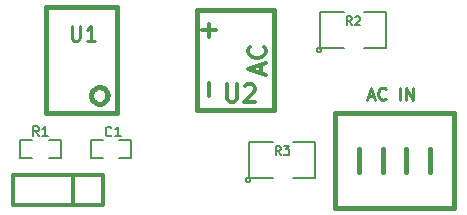
<source format=gto>
G04 (created by PCBNEW-RS274X (2012-01-19 BZR 3256)-stable) date 3/25/2013 8:41:05 PM*
G01*
G70*
G90*
%MOIN*%
G04 Gerber Fmt 3.4, Leading zero omitted, Abs format*
%FSLAX34Y34*%
G04 APERTURE LIST*
%ADD10C,0.006000*%
%ADD11C,0.010000*%
%ADD12C,0.012000*%
%ADD13C,0.005000*%
%ADD14C,0.015000*%
G04 APERTURE END LIST*
G54D10*
G54D11*
X28248Y-17548D02*
X28439Y-17548D01*
X28210Y-17662D02*
X28343Y-17262D01*
X28477Y-17662D01*
X28839Y-17624D02*
X28820Y-17643D01*
X28763Y-17662D01*
X28725Y-17662D01*
X28667Y-17643D01*
X28629Y-17605D01*
X28610Y-17567D01*
X28591Y-17490D01*
X28591Y-17433D01*
X28610Y-17357D01*
X28629Y-17319D01*
X28667Y-17281D01*
X28725Y-17262D01*
X28763Y-17262D01*
X28820Y-17281D01*
X28839Y-17300D01*
X29315Y-17662D02*
X29315Y-17262D01*
X29505Y-17662D02*
X29505Y-17262D01*
X29734Y-17662D01*
X29734Y-17262D01*
G54D12*
X19413Y-20169D02*
X19413Y-21169D01*
X19413Y-21169D02*
X16413Y-21169D01*
X16413Y-21169D02*
X16413Y-20169D01*
X16413Y-20169D02*
X19413Y-20169D01*
X18413Y-21169D02*
X18413Y-20169D01*
G54D13*
X17043Y-19591D02*
X16643Y-19591D01*
X16643Y-19591D02*
X16643Y-18991D01*
X16643Y-18991D02*
X17043Y-18991D01*
X17603Y-18991D02*
X18003Y-18991D01*
X18003Y-18991D02*
X18003Y-19591D01*
X18003Y-19591D02*
X17603Y-19591D01*
G54D14*
X22539Y-18012D02*
X22539Y-14666D01*
X22539Y-14666D02*
X25099Y-14666D01*
X25099Y-14666D02*
X25099Y-18012D01*
X25099Y-18012D02*
X22539Y-18012D01*
X17520Y-14567D02*
X19882Y-14567D01*
X17520Y-18111D02*
X19882Y-18111D01*
X19882Y-18111D02*
X19882Y-14567D01*
X17520Y-18111D02*
X17520Y-14567D01*
X19570Y-17520D02*
X19564Y-17573D01*
X19549Y-17625D01*
X19523Y-17673D01*
X19489Y-17715D01*
X19447Y-17750D01*
X19399Y-17776D01*
X19347Y-17792D01*
X19293Y-17797D01*
X19240Y-17793D01*
X19188Y-17777D01*
X19140Y-17752D01*
X19098Y-17718D01*
X19063Y-17677D01*
X19037Y-17629D01*
X19021Y-17577D01*
X19015Y-17523D01*
X19019Y-17470D01*
X19034Y-17418D01*
X19059Y-17370D01*
X19093Y-17327D01*
X19134Y-17292D01*
X19181Y-17266D01*
X19233Y-17249D01*
X19287Y-17243D01*
X19340Y-17247D01*
X19392Y-17261D01*
X19440Y-17286D01*
X19483Y-17319D01*
X19519Y-17360D01*
X19545Y-17407D01*
X19563Y-17459D01*
X19569Y-17513D01*
X19570Y-17520D01*
X29528Y-20079D02*
X29528Y-19291D01*
X30315Y-20079D02*
X30315Y-19291D01*
X27953Y-20079D02*
X27953Y-19291D01*
X28740Y-20079D02*
X28740Y-19291D01*
X27165Y-21260D02*
X31103Y-21260D01*
X31103Y-21260D02*
X31103Y-18110D01*
X31103Y-18110D02*
X27165Y-18110D01*
X27165Y-18110D02*
X27165Y-21260D01*
G54D13*
X26676Y-16004D02*
X26674Y-16017D01*
X26670Y-16030D01*
X26664Y-16042D01*
X26655Y-16053D01*
X26645Y-16062D01*
X26633Y-16068D01*
X26620Y-16072D01*
X26606Y-16073D01*
X26593Y-16072D01*
X26580Y-16068D01*
X26568Y-16062D01*
X26558Y-16054D01*
X26549Y-16043D01*
X26542Y-16031D01*
X26538Y-16018D01*
X26537Y-16004D01*
X26538Y-15992D01*
X26541Y-15979D01*
X26548Y-15967D01*
X26556Y-15956D01*
X26567Y-15947D01*
X26578Y-15940D01*
X26591Y-15936D01*
X26605Y-15935D01*
X26618Y-15936D01*
X26631Y-15939D01*
X26643Y-15945D01*
X26654Y-15954D01*
X26663Y-15964D01*
X26669Y-15976D01*
X26674Y-15989D01*
X26675Y-16003D01*
X26676Y-16004D01*
X28106Y-15954D02*
X28856Y-15954D01*
X28856Y-15954D02*
X28856Y-14754D01*
X28856Y-14754D02*
X28106Y-14754D01*
X27456Y-14754D02*
X26656Y-14754D01*
X26656Y-14754D02*
X26656Y-15954D01*
X26656Y-15954D02*
X27456Y-15954D01*
X24314Y-20335D02*
X24312Y-20348D01*
X24308Y-20361D01*
X24302Y-20373D01*
X24293Y-20384D01*
X24283Y-20393D01*
X24271Y-20399D01*
X24258Y-20403D01*
X24244Y-20404D01*
X24231Y-20403D01*
X24218Y-20399D01*
X24206Y-20393D01*
X24196Y-20385D01*
X24187Y-20374D01*
X24180Y-20362D01*
X24176Y-20349D01*
X24175Y-20335D01*
X24176Y-20323D01*
X24179Y-20310D01*
X24186Y-20298D01*
X24194Y-20287D01*
X24205Y-20278D01*
X24216Y-20271D01*
X24229Y-20267D01*
X24243Y-20266D01*
X24256Y-20267D01*
X24269Y-20270D01*
X24281Y-20276D01*
X24292Y-20285D01*
X24301Y-20295D01*
X24307Y-20307D01*
X24312Y-20320D01*
X24313Y-20334D01*
X24314Y-20335D01*
X25744Y-20285D02*
X26494Y-20285D01*
X26494Y-20285D02*
X26494Y-19085D01*
X26494Y-19085D02*
X25744Y-19085D01*
X25094Y-19085D02*
X24294Y-19085D01*
X24294Y-19085D02*
X24294Y-20285D01*
X24294Y-20285D02*
X25094Y-20285D01*
X19965Y-18991D02*
X20365Y-18991D01*
X20365Y-18991D02*
X20365Y-19591D01*
X20365Y-19591D02*
X19965Y-19591D01*
X19405Y-19591D02*
X19005Y-19591D01*
X19005Y-19591D02*
X19005Y-18991D01*
X19005Y-18991D02*
X19405Y-18991D01*
G54D10*
X17270Y-18871D02*
X17163Y-18718D01*
X17087Y-18871D02*
X17087Y-18551D01*
X17209Y-18551D01*
X17240Y-18566D01*
X17255Y-18581D01*
X17270Y-18611D01*
X17270Y-18657D01*
X17255Y-18688D01*
X17240Y-18703D01*
X17209Y-18718D01*
X17087Y-18718D01*
X17575Y-18871D02*
X17392Y-18871D01*
X17483Y-18871D02*
X17483Y-18551D01*
X17453Y-18596D01*
X17422Y-18627D01*
X17392Y-18642D01*
G54D12*
X23543Y-17143D02*
X23543Y-17629D01*
X23571Y-17686D01*
X23600Y-17714D01*
X23657Y-17743D01*
X23771Y-17743D01*
X23829Y-17714D01*
X23857Y-17686D01*
X23886Y-17629D01*
X23886Y-17143D01*
X24143Y-17200D02*
X24172Y-17171D01*
X24229Y-17143D01*
X24372Y-17143D01*
X24429Y-17171D01*
X24458Y-17200D01*
X24486Y-17257D01*
X24486Y-17314D01*
X24458Y-17400D01*
X24115Y-17743D01*
X24486Y-17743D01*
X24677Y-16782D02*
X24677Y-16496D01*
X24849Y-16839D02*
X24249Y-16639D01*
X24849Y-16439D01*
X24792Y-15896D02*
X24820Y-15925D01*
X24849Y-16011D01*
X24849Y-16068D01*
X24820Y-16153D01*
X24763Y-16211D01*
X24706Y-16239D01*
X24592Y-16268D01*
X24506Y-16268D01*
X24392Y-16239D01*
X24335Y-16211D01*
X24277Y-16153D01*
X24249Y-16068D01*
X24249Y-16011D01*
X24277Y-15925D01*
X24306Y-15896D01*
X22947Y-17551D02*
X22947Y-17094D01*
X22947Y-15583D02*
X22947Y-15126D01*
X23176Y-15355D02*
X22719Y-15355D01*
G54D11*
X18369Y-15202D02*
X18369Y-15607D01*
X18393Y-15655D01*
X18417Y-15679D01*
X18464Y-15702D01*
X18560Y-15702D01*
X18607Y-15679D01*
X18631Y-15655D01*
X18655Y-15607D01*
X18655Y-15202D01*
X19155Y-15702D02*
X18869Y-15702D01*
X19012Y-15702D02*
X19012Y-15202D01*
X18964Y-15274D01*
X18917Y-15321D01*
X18869Y-15345D01*
G54D13*
X27706Y-15175D02*
X27606Y-15033D01*
X27534Y-15175D02*
X27534Y-14875D01*
X27649Y-14875D01*
X27677Y-14890D01*
X27692Y-14904D01*
X27706Y-14933D01*
X27706Y-14975D01*
X27692Y-15004D01*
X27677Y-15018D01*
X27649Y-15033D01*
X27534Y-15033D01*
X27820Y-14904D02*
X27834Y-14890D01*
X27863Y-14875D01*
X27934Y-14875D01*
X27963Y-14890D01*
X27977Y-14904D01*
X27992Y-14933D01*
X27992Y-14961D01*
X27977Y-15004D01*
X27806Y-15175D01*
X27992Y-15175D01*
X25344Y-19506D02*
X25244Y-19364D01*
X25172Y-19506D02*
X25172Y-19206D01*
X25287Y-19206D01*
X25315Y-19221D01*
X25330Y-19235D01*
X25344Y-19264D01*
X25344Y-19306D01*
X25330Y-19335D01*
X25315Y-19349D01*
X25287Y-19364D01*
X25172Y-19364D01*
X25444Y-19206D02*
X25630Y-19206D01*
X25530Y-19321D01*
X25572Y-19321D01*
X25601Y-19335D01*
X25615Y-19349D01*
X25630Y-19378D01*
X25630Y-19449D01*
X25615Y-19478D01*
X25601Y-19492D01*
X25572Y-19506D01*
X25487Y-19506D01*
X25458Y-19492D01*
X25444Y-19478D01*
G54D10*
X19697Y-18849D02*
X19682Y-18864D01*
X19636Y-18880D01*
X19606Y-18880D01*
X19560Y-18864D01*
X19529Y-18834D01*
X19514Y-18803D01*
X19499Y-18742D01*
X19499Y-18697D01*
X19514Y-18636D01*
X19529Y-18605D01*
X19560Y-18575D01*
X19606Y-18560D01*
X19636Y-18560D01*
X19682Y-18575D01*
X19697Y-18590D01*
X20002Y-18880D02*
X19819Y-18880D01*
X19910Y-18880D02*
X19910Y-18560D01*
X19880Y-18605D01*
X19849Y-18636D01*
X19819Y-18651D01*
M02*

</source>
